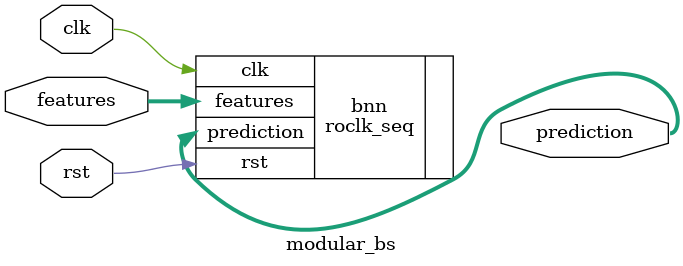
<source format=v>
`ifndef DUTNAME
`define DUTNAME modular_bs
parameter FEAT_CNT = 4;
parameter FEAT_BITS = 4;
parameter HIDDEN_CNT = 4;
parameter CLASS_CNT = 4;
`define WEIGHTS0 0
`define WEIGHTS1 0
`else
    `include `BSTRINGS
`endif
module `DUTNAME #(
`ifdef PARAMS
`include `PARAMS
`endif
  ) (
  input clk,
  input rst,
  input [FEAT_CNT*FEAT_BITS-1:0] features,
  output [$clog2(CLASS_CNT)-1:0] prediction
  );

  localparam Weights0 = `WEIGHTS0 ;
  localparam Weights1 = `WEIGHTS1 ;

  roclk_seq #(.FEAT_CNT(FEAT_CNT),.FEAT_BITS(FEAT_BITS),.HIDDEN_CNT(HIDDEN_CNT),.CLASS_CNT(CLASS_CNT),.Weights0(Weights0),.Weights1(Weights1)) bnn (
    .clk(clk),
    .rst(rst),
    .features(features),
    .prediction(prediction)
  );

endmodule

</source>
